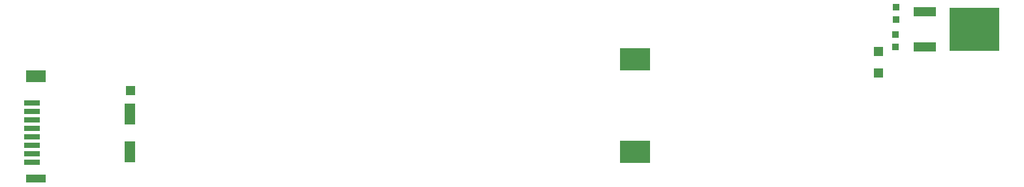
<source format=gbp>
G04*
G04 #@! TF.GenerationSoftware,Altium Limited,Altium Designer,18.1.9 (240)*
G04*
G04 Layer_Color=128*
%FSAX25Y25*%
%MOIN*%
G70*
G01*
G75*
%ADD17R,0.03740X0.03347*%
%ADD46R,0.05512X0.10630*%
%ADD47R,0.04724X0.04724*%
%ADD48R,0.10236X0.05906*%
%ADD49R,0.10236X0.03937*%
%ADD50R,0.07874X0.02756*%
%ADD51R,0.11221X0.04921*%
%ADD52R,0.25591X0.21850*%
%ADD53R,0.04724X0.04724*%
%ADD54R,0.15748X0.11811*%
D17*
X0598500Y0358250D02*
D03*
Y0364550D02*
D03*
X0598600Y0372250D02*
D03*
Y0378550D02*
D03*
D46*
X0207436Y0304666D02*
D03*
Y0323957D02*
D03*
D47*
X0207830Y0335965D02*
D03*
D48*
X0159405Y0343446D02*
D03*
D49*
Y0290887D02*
D03*
D50*
X0157436Y0299154D02*
D03*
Y0303485D02*
D03*
Y0307816D02*
D03*
Y0312146D02*
D03*
Y0316477D02*
D03*
Y0320808D02*
D03*
Y0325139D02*
D03*
Y0329469D02*
D03*
D51*
X0613543Y0358184D02*
D03*
Y0376137D02*
D03*
D52*
X0638700Y0367200D02*
D03*
D53*
X0589800Y0345088D02*
D03*
Y0356112D02*
D03*
D54*
X0465216Y0304569D02*
D03*
Y0351813D02*
D03*
M02*

</source>
